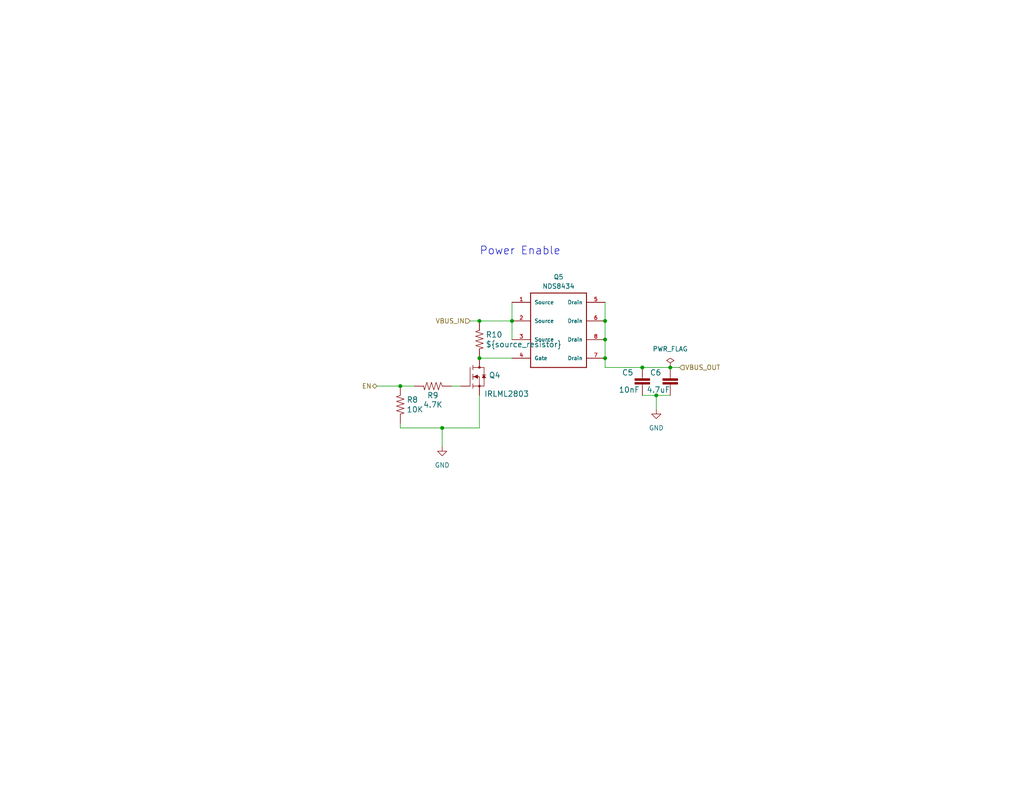
<source format=kicad_sch>
(kicad_sch (version 20231120) (generator "eeschema") (generator_version "8.0")
  (paper "A")
  (title_block (title "PiCoral") (date "2024-08-07") (rev "1.0.0") (company "Stanford Student Space Initiative") (comment 1 "RE: Flynn Dreilinger"))
  (lib_symbols
    (symbol "adcs:NDS8434" (pin_names (offset 1.016))
      (property "Reference" "Q2" (at -1.27 11.43 0))
      (property "Value" "NDS8434" (at -5.08 -12.7 0))
      (symbol "NDS8434_0_0"
        (polyline (pts (xy -7.62 -10.16) (xy -7.62 10.16)) (stroke (width 0.254)))
        (polyline (pts (xy -7.62 10.16) (xy 7.62 10.16)) (stroke (width 0.254)))
        (polyline (pts (xy 7.62 -10.16) (xy -7.62 -10.16)) (stroke (width 0.254)))
        (polyline (pts (xy 7.62 10.16) (xy 7.62 -10.16)) (stroke (width 0.254)))
        (pin bidirectional line (at -12.7 7.62 0) (length 5.08) (name "Source") (number "1"))
        (pin bidirectional line (at -12.7 2.54 0) (length 5.08) (name "Source") (number "2"))
        (pin bidirectional line (at -12.7 -2.54 0) (length 5.08) (name "Source") (number "3"))
        (pin bidirectional line (at -12.7 -7.62 0) (length 5.08) (name "Gate") (number "4"))
        (pin bidirectional line (at 12.7 7.62 180) (length 5.08) (name "Drain") (number "5"))
        (pin bidirectional line (at 12.7 2.54 180) (length 5.08) (name "Drain") (number "6"))
        (pin bidirectional line (at 12.7 -7.62 180) (length 5.08) (name "Drain") (number "7"))
        (pin bidirectional line (at 12.7 -2.54 180) (length 5.08) (name "Drain") (number "8"))
      )
    )
    (symbol "mainboard:IRLML2803TRPBF" (pin_names (offset 1.016))
      (property "Reference" "Q" (at -11.43 1.27 0))
      (property "Value" "IRLML2803TRPBF" (at -11.43 3.81 0))
      (symbol "IRLML2803TRPBF_1_0"
        (polyline (pts (xy 0 2.54) (xy 0 -2.54)))
        (polyline (pts (xy 0.762 -2.54) (xy 0.762 -3.175)))
        (polyline (pts (xy 0.762 -1.905) (xy 0.762 -2.54)))
        (polyline (pts (xy 0.762 0) (xy 0.762 -0.762)))
        (polyline (pts (xy 0.762 0) (xy 2.54 0)))
        (polyline (pts (xy 0.762 0.762) (xy 0.762 0)))
        (polyline (pts (xy 0.762 2.54) (xy 0.762 1.905)))
        (polyline (pts (xy 0.762 2.54) (xy 3.81 2.54)))
        (polyline (pts (xy 0.762 3.175) (xy 0.762 2.54)))
        (polyline (pts (xy 2.54 -2.54) (xy 0.762 -2.54)))
        (polyline (pts (xy 2.54 -2.54) (xy 3.81 -2.54)))
        (polyline (pts (xy 2.54 0) (xy 2.54 -2.54)))
        (polyline (pts (xy 3.302 0.508) (xy 3.81 0.508)))
        (polyline (pts (xy 3.81 -0.508) (xy 3.81 -2.54)))
        (polyline (pts (xy 3.81 0.508) (xy 3.81 -0.508)))
        (polyline (pts (xy 3.81 0.508) (xy 4.318 0.508)))
        (polyline (pts (xy 3.81 2.54) (xy 3.81 0.508)))
        (polyline (pts (xy 1.016 0) (xy 2.032 0.508) (xy 2.032 -0.508)) (fill (type outline)))
        (polyline (pts (xy 3.81 0.508) (xy 3.302 -0.254) (xy 4.318 -0.254)) (fill (type outline)))
        (circle (center 2.54 -2.54) (radius 0.254))
        (circle (center 2.54 2.54) (radius 0.254))
        (pin passive line (at -2.54 -2.54 0) (length 2.54) (name "G") (number "1"))
        (pin passive line (at 2.54 -5.08 90) (length 2.54) (name "S") (number "2"))
        (pin passive line (at 2.54 5.08 270) (length 2.54) (name "D") (number "3"))
      )
    )
    (symbol "mainboard:R-US_R0603" (pin_names (offset 1.016))
      (property "Reference" "R" (at -3.81 1.4986 0))
      (property "Value" "R-US_R0603" (at -3.81 -3.302 0))
      (symbol "R-US_R0603_1_0"
        (polyline (pts (xy -2.54 0) (xy -2.159 1.016)))
        (polyline (pts (xy -2.159 1.016) (xy -1.524 -1.016)))
        (polyline (pts (xy -1.524 -1.016) (xy -0.889 1.016)))
        (polyline (pts (xy -0.889 1.016) (xy -0.254 -1.016)))
        (polyline (pts (xy -0.254 -1.016) (xy 0.381 1.016)))
        (polyline (pts (xy 0.381 1.016) (xy 1.016 -1.016)))
        (polyline (pts (xy 1.016 -1.016) (xy 1.651 1.016)))
        (polyline (pts (xy 1.651 1.016) (xy 2.286 -1.016)))
        (polyline (pts (xy 2.286 -1.016) (xy 2.54 0)))
        (pin passive line (at -5.08 0 0) (length 2.54) (name "1") (number "1"))
        (pin passive line (at 5.08 0 180) (length 2.54) (name "2") (number "2"))
      )
    )
    (symbol "power:GND" (power) (pin_numbers hide) (pin_names (offset 0) hide)
      (property "Value" "GND" (at 0 -3.81 0))
      (symbol "GND_0_1"
        (polyline (pts (xy 0 0) (xy 0 -1.27) (xy 1.27 -1.27) (xy 0 -2.54) (xy -1.27 -1.27) (xy 0 -1.27)))
      )
      (symbol "GND_1_1"
        (pin power_in line (at 0 0 270) (length 0) (name "~") (number "1"))
      )
    )
    (symbol "power:PWR_FLAG" (power) (pin_numbers hide) (pin_names (offset 0) hide)
      (property "Value" "PWR_FLAG" (at 0 3.81 0))
      (symbol "PWR_FLAG_0_0"
        (pin power_out line (at 0 0 90) (length 0) (name "pwr") (number "1"))
      )
      (symbol "PWR_FLAG_0_1"
        (polyline (pts (xy 0 0) (xy 0 1.27) (xy -1.016 1.905) (xy 0 2.54) (xy 1.016 1.905) (xy 0 1.27)))
      )
    )
    (symbol "pycubed_mainboard:10NF_10000PF-50V-10%(0603)" (pin_names (offset 1.016))
      (property "Reference" "C" (at 1.524 2.921 0))
      (property "Value" "10NF_10000PF-50V-10%(0603)" (at 1.524 -2.159 0))
      (symbol "10NF_10000PF-50V-10%(0603)_1_0"
        (rectangle (start -2.032 0.508) (end 2.032 1.016) (fill (type outline)))
        (rectangle (start -2.032 1.524) (end 2.032 2.032) (fill (type outline)))
        (polyline (pts (xy 0 0) (xy 0 0.508)))
        (polyline (pts (xy 0 2.54) (xy 0 2.032)))
        (pin passive line (at 0 5.08 270) (length 2.54) (name "1") (number "1"))
        (pin passive line (at 0 -2.54 90) (length 2.54) (name "2") (number "2"))
      )
    )
  )
  (junction (at 165.1 92.71))
  (junction (at 130.81 97.79))
  (junction (at 179.07 107.95))
  (junction (at 165.1 87.63))
  (junction (at 120.65 116.84))
  (junction (at 139.7 87.63))
  (junction (at 165.1 97.79))
  (junction (at 182.88 100.33))
  (junction (at 175.26 100.33))
  (junction (at 109.22 105.41))
  (junction (at 130.81 87.63))
  (wire (pts (xy 165.1 100.33) (xy 165.1 97.79)))
  (wire (pts (xy 175.26 100.33) (xy 182.88 100.33)))
  (wire (pts (xy 185.42 100.33) (xy 182.88 100.33)))
  (wire (pts (xy 130.81 116.84) (xy 130.81 107.95)))
  (wire (pts (xy 102.87 105.41) (xy 109.22 105.41)))
  (wire (pts (xy 165.1 100.33) (xy 175.26 100.33)))
  (wire (pts (xy 165.1 92.71) (xy 165.1 97.79)))
  (wire (pts (xy 165.1 82.55) (xy 165.1 87.63)))
  (wire (pts (xy 123.19 105.41) (xy 125.73 105.41)))
  (wire (pts (xy 109.22 105.41) (xy 113.03 105.41)))
  (wire (pts (xy 120.65 116.84) (xy 130.81 116.84)))
  (wire (pts (xy 175.26 107.95) (xy 179.07 107.95)))
  (wire (pts (xy 130.81 87.63) (xy 139.7 87.63)))
  (wire (pts (xy 109.22 116.84) (xy 120.65 116.84)))
  (wire (pts (xy 179.07 107.95) (xy 182.88 107.95)))
  (wire (pts (xy 109.22 115.57) (xy 109.22 116.84)))
  (wire (pts (xy 130.81 97.79) (xy 139.7 97.79)))
  (wire (pts (xy 165.1 87.63) (xy 165.1 92.71)))
  (wire (pts (xy 179.07 111.76) (xy 179.07 107.95)))
  (wire (pts (xy 120.65 121.92) (xy 120.65 116.84)))
  (wire (pts (xy 139.7 87.63) (xy 139.7 92.71)))
  (wire (pts (xy 128.27 87.63) (xy 130.81 87.63)))
  (wire (pts (xy 139.7 82.55) (xy 139.7 87.63)))
  (text "Power Enable" (at 130.81 69.85 0) (effects (font (size 2.159 2.159)) (justify left bottom)))
  (hierarchical_label "EN" (shape bidirectional) (at 102.87 105.41 180))
  (hierarchical_label "VBUS_IN" (shape input) (at 128.27 87.63 180))
  (hierarchical_label "VBUS_OUT" (shape input) (at 185.42 100.33 0))
  (symbol (lib_id "mainboard:R-US_R0603") (at 118.11 105.41 0) (mirror y) (unit 1)
    (property "Reference" "R9" (at 118.11 107.95 0) (effects (font (size 1.4986 1.4986))))
    (property "Value" "4.7K" (at 118.11 110.49 0) (effects (font (size 1.4986 1.4986))))
    (property "Footprint" "Resistor_SMD:R_0603_1608Metric_Pad0.98x0.95mm_HandSolder" (effects (hide yes)))
    (property "Description" "4.7K 0603" (effects (hide yes)))
    (instances (project "sqrt_of_g_temp" (path "" (reference "R9") (unit 1)) (path "" (reference "R5") (unit 1)) (path "" (reference "R24") (unit 1)) (path "" (reference "R27") (unit 1)) (path "" (reference "R30") (unit 1))))
  )
  (symbol (lib_id "power:PWR_FLAG") (at 182.88 100.33 0) (unit 1)
    (property "Reference" "#FLG02" (effects (hide yes)))
    (property "Value" "PWR_FLAG" (at 182.88 95.2754 0))
    (instances (project "sqrt_of_g_temp" (path "" (reference "#FLG02") (unit 1)) (path "" (reference "#FLG01") (unit 1)) (path "" (reference "#FLG03") (unit 1)) (path "" (reference "#FLG04") (unit 1)) (path "" (reference "#FLG05") (unit 1))))
  )
  (symbol (lib_id "power:GND") (at 179.07 111.76 0) (unit 1)
    (property "Reference" "#PWR036" (effects (hide yes)))
    (property "Value" "GND" (at 179.07 116.84 0))
    (property "Description" "Power symbol creates a global label with name \"GND\" , ground" (effects (hide yes)))
    (instances (project "sqrt_of_g_temp" (path "" (reference "#PWR036") (unit 1)) (path "" (reference "#PWR035") (unit 1)) (path "" (reference "#PWR038") (unit 1)) (path "" (reference "#PWR039") (unit 1)) (path "" (reference "#PWR037") (unit 1))))
  )
  (symbol (lib_id "power:GND") (at 120.65 121.92 0) (unit 1)
    (property "Reference" "#PWR020" (effects (hide yes)))
    (property "Value" "GND" (at 120.65 127 0))
    (property "Description" "Power symbol creates a global label with name \"GND\" , ground" (effects (hide yes)))
    (instances (project "sqrt_of_g_temp" (path "" (reference "#PWR020") (unit 1)) (path "" (reference "#PWR016") (unit 1)) (path "" (reference "#PWR0101") (unit 1)) (path "" (reference "#PWR0102") (unit 1)) (path "" (reference "#PWR024") (unit 1))))
  )
  (symbol (lib_id "mainboard:R-US_R0603") (at 130.81 92.71 90) (mirror x) (unit 1)
    (property "Reference" "R10" (at 132.5118 91.3638 90) (effects (font (size 1.4986 1.4986)) (justify right)))
    (property "Value" "${source_resistor}" (at 132.5118 94.0308 90) (effects (font (size 1.4986 1.4986)) (justify right)))
    (property "Footprint" "Resistor_SMD:R_0603_1608Metric_Pad0.98x0.95mm_HandSolder" (effects (hide yes)))
    (property "Description" "0603" (effects (hide yes)))
    (instances (project "sqrt_of_g_temp" (path "" (reference "R10") (unit 1)) (path "" (reference "R7") (unit 1)) (path "" (reference "R25") (unit 1)) (path "" (reference "R28") (unit 1)) (path "" (reference "R31") (unit 1))))
  )
  (symbol (lib_id "adcs:NDS8434") (at 152.4 90.17 0) (unit 1)
    (property "Reference" "Q5" (at 152.4 75.6158 0))
    (property "Value" "NDS8434" (at 152.4 78.1558 0))
    (property "Footprint" "mainboard:NDS8434" (effects (hide yes)))
    (property "Datasheet" "https://www.onsemi.com/pdf/datasheet/nds8434-d.pdf" (effects (hide yes)))
    (property "Description" "P-Channel MOSFET" (effects (hide yes)))
    (property "Flight" "NDS8434" (effects (hide yes)))
    (property "Manufacturer_Name" "ON Semiconductor" (effects (hide yes)))
    (property "Proto" "DMP2022LSS-13" (effects (hide yes)))
    (instances (project "sqrt_of_g_temp" (path "" (reference "Q5") (unit 1)) (path "" (reference "Q2") (unit 1)) (path "" (reference "Q7") (unit 1)) (path "" (reference "Q9") (unit 1)) (path "" (reference "Q11") (unit 1))))
  )
  (symbol (lib_id "pycubed_mainboard:10NF_10000PF-50V-10%(0603)") (at 182.88 105.41 0) (unit 1)
    (property "Reference" "C6" (at 177.292 101.727 0) (effects (font (size 1.4986 1.4986)) (justify left)))
    (property "Value" "4.7uF" (at 176.403 106.426 0) (effects (font (size 1.4986 1.4986)) (justify left)))
    (property "Footprint" "Capacitor_SMD:C_0603_1608Metric_Pad1.08x0.95mm_HandSolder" (effects (hide yes)))
    (instances (project "sqrt_of_g_temp" (path "" (reference "C6") (unit 1)) (path "" (reference "C4") (unit 1)) (path "" (reference "C14") (unit 1)) (path "" (reference "C16") (unit 1)) (path "" (reference "C18") (unit 1))))
  )
  (symbol (lib_id "mainboard:R-US_R0603") (at 109.22 110.49 90) (mirror x) (unit 1)
    (property "Reference" "R8" (at 110.9218 109.1438 90) (effects (font (size 1.4986 1.4986)) (justify right)))
    (property "Value" "10K" (at 110.9218 111.8108 90) (effects (font (size 1.4986 1.4986)) (justify right)))
    (property "Footprint" "Resistor_SMD:R_0603_1608Metric_Pad0.98x0.95mm_HandSolder" (effects (hide yes)))
    (property "Description" "10K 0603" (effects (hide yes)))
    (instances (project "sqrt_of_g_temp" (path "" (reference "R8") (unit 1)) (path "" (reference "R4") (unit 1)) (path "" (reference "R23") (unit 1)) (path "" (reference "R26") (unit 1)) (path "" (reference "R29") (unit 1))))
  )
  (symbol (lib_id "pycubed_mainboard:10NF_10000PF-50V-10%(0603)") (at 175.26 105.41 0) (unit 1)
    (property "Reference" "C5" (at 169.672 101.727 0) (effects (font (size 1.4986 1.4986)) (justify left)))
    (property "Value" "10nF" (at 168.783 106.426 0) (effects (font (size 1.4986 1.4986)) (justify left)))
    (property "Footprint" "Capacitor_SMD:C_0603_1608Metric_Pad1.08x0.95mm_HandSolder" (effects (hide yes)))
    (instances (project "sqrt_of_g_temp" (path "" (reference "C5") (unit 1)) (path "" (reference "C3") (unit 1)) (path "" (reference "C13") (unit 1)) (path "" (reference "C15") (unit 1)) (path "" (reference "C17") (unit 1))))
  )
  (symbol (lib_id "mainboard:IRLML2803TRPBF") (at 128.27 102.87 0) (unit 1)
    (property "Reference" "Q4" (at 133.35 101.6 0) (effects (font (size 1.4986 1.4986)) (justify left top)))
    (property "Value" "IRLML2803" (at 132.08 106.68 0) (effects (font (size 1.4986 1.4986)) (justify left top)))
    (property "Footprint" "mainboard:SOT-23" (effects (hide yes)))
    (property "Datasheet" "https://www.infineon.com/dgdl/irlml2803pbf.pdf?fileId=5546d462533600a4015356682aff260f" (effects (hide yes)))
    (property "Description" "Single N-Channel MOSFET" (effects (hide yes)))
    (property "Flight" "IRLML2803" (effects (hide yes)))
    (property "Manufacturer_Name" "Infineon Technologies" (effects (hide yes)))
    (property "Proto" "2302" (effects (hide yes)))
    (instances (project "sqrt_of_g_temp" (path "" (reference "Q4") (unit 1)) (path "" (reference "Q1") (unit 1)) (path "" (reference "Q6") (unit 1)) (path "" (reference "Q8") (unit 1)) (path "" (reference "Q10") (unit 1))))
  )
)
</source>
